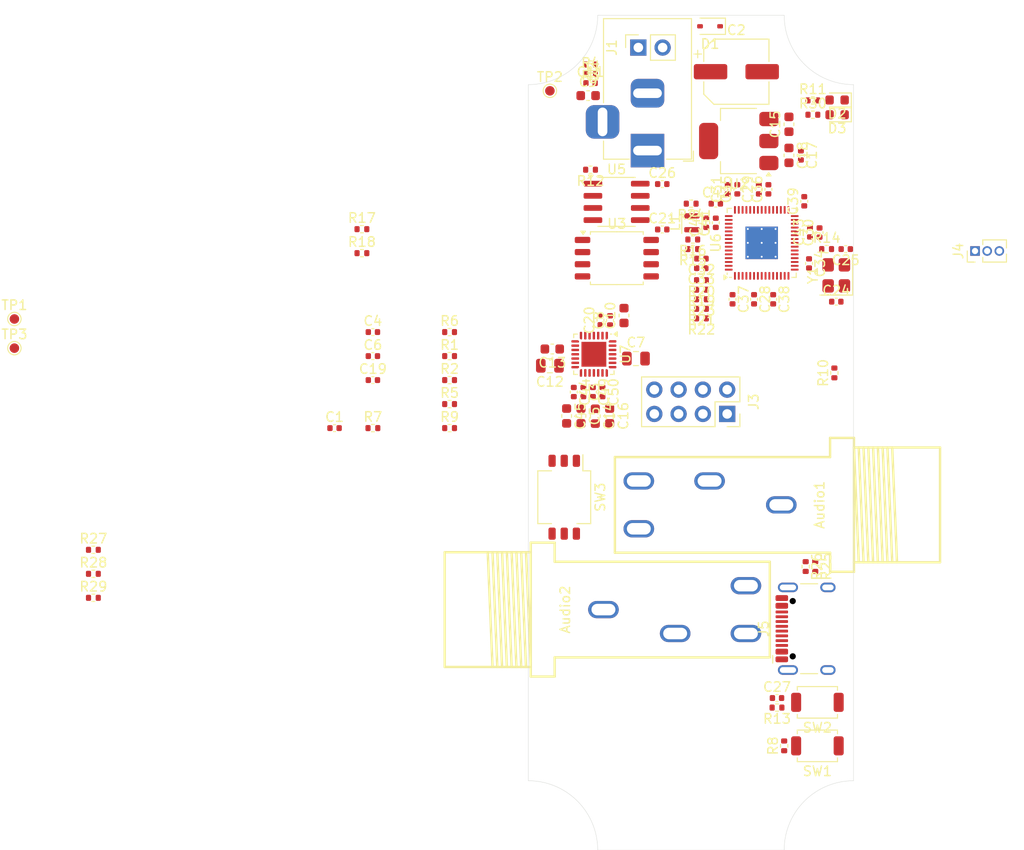
<source format=kicad_pcb>
(kicad_pcb (version 20241229) (generator "pcbnew") (generator_version "9.0")
  (layers (0 "F.Cu" signal) (2 "B.Cu" signal) (13 "F.Paste" user) (15 "B.Paste" user) (5 "F.SilkS" user "F.Silkscreen") (7 "B.SilkS" user "B.Silkscreen") (1 "F.Mask" user) (3 "B.Mask" user) (25 "Edge.Cuts" user))
  (net 0 "")
  (net 1 "+9V")
  (net 2 "GND")
  (net 3 "/Vref_AOP")
  (net 4 "+3V3")
  (net 5 "/POT_1")
  (net 6 "/POT_2")
  (net 7 "/POT_3")
  (net 8 "/POT_4")
  (net 9 "+BATT")
  (net 10 "Net-(D2-A)")
  (net 11 "Net-(J3-Pin_5)")
  (net 12 "Net-(J3-Pin_3)")
  (net 13 "Net-(J3-Pin_4)")
  (net 14 "/SW2")
  (net 15 "/SW1")
  (net 16 "Net-(J3-Pin_7)")
  (net 17 "+1V1")
  (net 18 "/XIN")
  (net 19 "/RUN_RESET")
  (net 20 "/XOUT")
  (net 21 "/USB_D+")
  (net 22 "/QSPI_SS")
  (net 23 "/USB_D-")
  (net 24 "/QSPI_SCLK")
  (net 25 "/PSRAM_SS")
  (net 26 "/QSPI_SD0")
  (net 27 "/QSPI_SD3")
  (net 28 "/QSPI_SD1")
  (net 29 "/QSPI_SD2")
  (net 30 "Net-(C25-Pad2)")
  (net 31 "Net-(C27-Pad2)")
  (net 32 "Net-(R8-Pad1)")
  (net 33 "Net-(U6-USB_DP)")
  (net 34 "Net-(U6-USB_DM)")
  (net 35 "/I2C_CODEC_SCL")
  (net 36 "/I2C_CODEC_SDA")
  (net 37 "Net-(U6-VREG_AVDD)")
  (net 38 "Net-(J4-Pin_2)")
  (net 39 "/I^{2}S_LRCK")
  (net 40 "Net-(J4-Pin_1)")
  (net 41 "/I^{2}S_MCLK")
  (net 42 "/I^{2}S_SCLK")
  (net 43 "/I^{2}S_SDOUT")
  (net 44 "/I^{2}S_SDIN")
  (net 45 "Net-(J5-CC1)")
  (net 52 "Net-(J5-CC2)")
  (net 54 "Net-(U6-VREG_LX)")
  (net 55 "Net-(U6-QSPI_SCLK)")
  (net 56 "Net-(U6-QSPI_SD3)")
  (net 57 "Net-(U6-QSPI_SD2)")
  (net 58 "Net-(U6-QSPI_SD1)")
  (net 59 "Net-(U6-QSPI_SD0)")
  (net 60 "/MODE1")
  (net 61 "/MODE2")
  (net 62 "/MODE3")
  (net 63 "/~{MUTE_B}")
  (net 64 "/OUT")
  (net 65 "/IN")
  (net 66 "/~{MUTE_A}")
  (net 87 "Net-(U7-LIN1)")
  (net 88 "Net-(U7-LOUT1)")
  (net 89 "Net-(U7-VREF)")
  (net 90 "Net-(U7-ADCVREF)")
  (net 91 "Net-(U7-VMID)")
  (net 92 "/CODEC_CE")
  (net 93 "Net-(D3-A)")
  (net 94 "Net-(U6-GPIO20)")
  (footprint "Capacitor_SMD:C_0603_1608Metric" (layer "F.Cu") (at 178.75 33)
    (property "Reference" "C9" (at 0 -1.43 0) (layer "F.SilkS"))
    (property "Value" "10u")
    (pad "1" smd roundrect (at -0.775 0) (size 0.9 0.95) (layers "F.Cu" "F.Mask" "F.Paste") (net 3 "/Vref_AOP"))
    (pad "2" smd roundrect (at 0.775 0) (size 0.9 0.95) (layers "F.Cu" "F.Mask" "F.Paste") (net 2 "GND"))
  )
  (footprint "Capacitor_SMD:C_0402_1005Metric" (layer "F.Cu") (at 192.1 44.3)
    (property "Reference" "C42" (at 0 -1.16 0) (layer "F.SilkS"))
    (property "Value" "4.7u")
    (pad "1" smd roundrect (at -0.48 0) (size 0.56 0.62) (layers "F.Cu" "F.Mask" "F.Paste") (net 37 "Net-(U6-VREG_AVDD)"))
    (pad "2" smd roundrect (at 0.48 0) (size 0.56 0.62) (layers "F.Cu" "F.Mask" "F.Paste") (net 2 "GND"))
  )
  (footprint "Diode_SMD:D_SOD-323" (layer "F.Cu") (at 191.5 25.75 180)
    (property "Reference" "D1" (at 0 -1.85 0) (layer "F.SilkS"))
    (property "Value" "B5819W SL")
    (pad "1" smd roundrect (at -1.05 0 180) (size 0.6 0.45) (layers "F.Cu" "F.Mask" "F.Paste") (net 1 "+9V"))
    (pad "2" smd roundrect (at 1.05 0 180) (size 0.6 0.45) (layers "F.Cu" "F.Mask" "F.Paste") (net 9 "+BATT"))
  )
  (footprint "Resistor_SMD:R_0402_1005Metric" (layer "F.Cu") (at 179 30.75)
    (property "Reference" "R4" (at 0 -1.17 0) (layer "F.SilkS"))
    (property "Value" "10k")
    (pad "1" smd roundrect (at -0.51 0) (size 0.54 0.64) (layers "F.Cu" "F.Mask" "F.Paste") (net 3 "/Vref_AOP"))
    (pad "2" smd roundrect (at 0.51 0) (size 0.54 0.64) (layers "F.Cu" "F.Mask" "F.Paste") (net 2 "GND"))
  )
  (footprint "Resistor_SMD:R_0402_1005Metric" (layer "F.Cu") (at 164.26 67.77)
    (property "Reference" "R9" (at 0 -1.17 0) (layer "F.SilkS"))
    (property "Value" "10k")
    (pad "1" smd roundrect (at -0.51 0) (size 0.54 0.64) (layers "F.Cu" "F.Mask" "F.Paste") (net 13 "Net-(J3-Pin_4)"))
    (pad "2" smd roundrect (at 0.51 0) (size 0.54 0.64) (layers "F.Cu" "F.Mask" "F.Paste") (net 8 "/POT_4"))
  )
  (footprint "Resistor_SMD:R_0402_1005Metric" (layer "F.Cu") (at 190.6 55.3 180)
    (property "Reference" "R21" (at 0 -1.17 0) (layer "F.SilkS"))
    (property "Value" "33")
    (pad "1" smd roundrect (at -0.51 0 180) (size 0.54 0.64) (layers "F.Cu" "F.Mask" "F.Paste") (net 57 "Net-(U6-QSPI_SD2)"))
    (pad "2" smd roundrect (at 0.51 0 180) (size 0.54 0.64) (layers "F.Cu" "F.Mask" "F.Paste") (net 29 "/QSPI_SD2"))
  )
  (footprint "Capacitor_SMD:C_0402_1005Metric" (layer "F.Cu") (at 205.69 49.05 180)
    (property "Reference" "C25" (at 0 -1.16 0) (layer "F.SilkS"))
    (property "Value" "15p")
    (pad "1" smd roundrect (at -0.48 0 180) (size 0.56 0.62) (layers "F.Cu" "F.Mask" "F.Paste") (net 2 "GND"))
    (pad "2" smd roundrect (at 0.48 0 180) (size 0.56 0.62) (layers "F.Cu" "F.Mask" "F.Paste") (net 30 "Net-(C25-Pad2)"))
  )
  (footprint "Resistor_SMD:R_0402_1005Metric" (layer "F.Cu") (at 203.69 49.05)
    (property "Reference" "R14" (at 0 -1.17 0) (layer "F.SilkS"))
    (property "Value" "1k")
    (pad "1" smd roundrect (at -0.51 0) (size 0.54 0.64) (layers "F.Cu" "F.Mask" "F.Paste") (net 20 "/XOUT"))
    (pad "2" smd roundrect (at 0.51 0) (size 0.54 0.64) (layers "F.Cu" "F.Mask" "F.Paste") (net 30 "Net-(C25-Pad2)"))
  )
  (footprint "Capacitor_SMD:C_0402_1005Metric" (layer "F.Cu") (at 179.25 64 -90)
    (property "Reference" "C49" (at 0 -1.16 90) (layer "F.SilkS"))
    (property "Value" "100n")
    (pad "1" smd roundrect (at -0.48 0 270) (size 0.56 0.62) (layers "F.Cu" "F.Mask" "F.Paste") (net 90 "Net-(U7-ADCVREF)"))
    (pad "2" smd roundrect (at 0.48 0 270) (size 0.56 0.62) (layers "F.Cu" "F.Mask" "F.Paste") (net 2 "GND"))
  )
  (footprint "Button_Switch_SMD:SW_SPST_TS-1088-xR020" (layer "F.Cu") (at 202.725 101 180)
    (property "Reference" "SW1" (at 0 -2.65 0) (layer "F.SilkS"))
    (property "Value" "USB_BOOT")
    (pad "1" smd roundrect (at -2.225 0 180) (size 1.05 2) (layers "F.Cu" "F.Mask" "F.Paste") (roundrect_rratio 0.2380952381) (net 2 "GND"))
    (pad "2" smd roundrect (at 2.225 0 180) (size 1.05 2) (layers "F.Cu" "F.Mask" "F.Paste") (roundrect_rratio 0.2380952381) (net 32 "Net-(R8-Pad1)"))
  )
  (footprint "Connector_USB:USB_C_Receptacle_HCTL_HC-TYPE-C-16P-01A" (layer "F.Cu") (at 202.75 88.75 90)
    (property "Reference" "J5" (at 0 -5.645 90) (layer "F.SilkS"))
    (property "Value" "USB_C_Receptacle_USB2.0_16P")
    (pad "" np_thru_hole circle (at -2.89 -2.605 90) (size 0.65 0.65) (drill 0.65) (layers "*.Mask"))
    (pad "" np_thru_hole circle (at 2.89 -2.605 90) (size 0.65 0.65) (drill 0.65) (layers "*.Mask"))
    (pad "A1" smd roundrect (at -3.2 -3.745 90) (size 0.6 1.3) (layers "F.Cu" "F.Mask" "F.Paste") (net 2 "GND"))
    (pad "A4" smd roundrect (at -2.4 -3.745 90) (size 0.6 1.3) (layers "F.Cu" "F.Mask" "F.Paste"))
    (pad "A5" smd roundrect (at -1.25 -3.745 90) (size 0.3 1.3) (layers "F.Cu" "F.Mask" "F.Paste") (net 45 "Net-(J5-CC1)"))
    (pad "A6" smd roundrect (at -0.25 -3.745 90) (size 0.3 1.3) (layers "F.Cu" "F.Mask" "F.Paste") (net 21 "/USB_D+"))
    (pad "A7" smd roundrect (at 0.25 -3.745 90) (size 0.3 1.3) (layers "F.Cu" "F.Mask" "F.Paste") (net 23 "/USB_D-"))
    (pad "A8" smd roundrect (at 1.25 -3.745 90) (size 0.3 1.3) (layers "F.Cu" "F.Mask" "F.Paste"))
    (pad "A9" smd roundrect (at 2.4 -3.745 90) (size 0.6 1.3) (layers "F.Cu" "F.Mask" "F.Paste"))
    (pad "A12" smd roundrect (at 3.2 -3.745 90) (size 0.6 1.3) (layers "F.Cu" "F.Mask" "F.Paste") (net 2 "GND"))
    (pad "B1" smd roundrect (at 3.2 -3.745 90) (size 0.6 1.3) (layers "F.Cu" "F.Mask" "F.Paste") (net 2 "GND"))
    (pad "B4" smd roundrect (at 2.4 -3.745 90) (size 0.6 1.3) (layers "F.Cu" "F.Mask" "F.Paste"))
    (pad "B5" smd roundrect (at 1.75 -3.745 90) (size 0.3 1.3) (layers "F.Cu" "F.Mask" "F.Paste") (net 52 "Net-(J5-CC2)"))
    (pad "B6" smd roundrect (at 0.75 -3.745 90) (size 0.3 1.3) (layers "F.Cu" "F.Mask" "F.Paste") (net 21 "/USB_D+"))
    (pad "B7" smd roundrect (at -0.75 -3.745 90) (size 0.3 1.3) (layers "F.Cu" "F.Mask" "F.Paste") (net 23 "/USB_D-"))
    (pad "B8" smd roundrect (at -1.75 -3.745 90) (size 0.3 1.3) (layers "F.Cu" "F.Mask" "F.Paste"))
    (pad "B9" smd roundrect (at -2.4 -3.745 90) (size 0.6 1.3) (layers "F.Cu" "F.Mask" "F.Paste"))
    (pad "B12" smd roundrect (at -3.2 -3.745 90) (size 0.6 1.3) (layers "F.Cu" "F.Mask" "F.Paste") (net 2 "GND"))
    (pad "S1" thru_hole oval (at -4.32 -3.105 90) (size 1 2.1) (drill oval 0.6 1.7) (property pad_prop_heatsink) (layers "*.Cu" "*.Mask"))
    (pad "S1" thru_hole oval (at -4.32 1.075 90) (size 1 1.6) (drill oval 0.6 1.2) (property pad_prop_heatsink) (layers "*.Cu" "*.Mask"))
    (pad "S1" thru_hole oval (at 4.32 -3.105 90) (size 1 2.1) (drill oval 0.6 1.7) (property pad_prop_heatsink) (layers "*.Cu" "*.Mask"))
    (pad "S1" thru_hole oval (at 4.32 1.075 90) (size 1 1.6) (drill oval 0.6 1.2) (property pad_prop_heatsink) (layers "*.Cu" "*.Mask"))
  )
  (footprint "LED_SMD:LED_0603_1608Metric" (layer "F.Cu") (at 204.7875 35 180)
    (property "Reference" "D3" (at 0 -1.43 0) (layer "F.SilkS"))
    (property "Value" "CTL1")
    (pad "1" smd roundrect (at -0.7875 0 180) (size 0.875 0.95) (layers "F.Cu" "F.Mask" "F.Paste") (net 2 "GND"))
    (pad "2" smd roundrect (at 0.7875 0 180) (size 0.875 0.95) (layers "F.Cu" "F.Mask" "F.Paste") (net 93 "Net-(D3-A)"))
  )
  (footprint "Capacitor_SMD:C_0402_1005Metric" (layer "F.Cu") (at 193.35 42.8 90)
    (property "Reference" "C31" (at 0 -1.16 90) (layer "F.SilkS"))
    (property "Value" "100n")
    (pad "1" smd roundrect (at -0.48 0 90) (size 0.56 0.62) (layers "F.Cu" "F.Mask" "F.Paste") (net 4 "+3V3"))
    (pad "2" smd roundrect (at 0.48 0 90) (size 0.56 0.62) (layers "F.Cu" "F.Mask" "F.Paste") (net 2 "GND"))
  )
  (footprint "Capacitor_SMD:C_0402_1005Metric" (layer "F.Cu") (at 197.6 42.8 90)
    (property "Reference" "C36" (at 0 -1.16 90) (layer "F.SilkS"))
    (property "Value" "100n")
    (pad "1" smd roundrect (at -0.48 0 90) (size 0.56 0.62) (layers "F.Cu" "F.Mask" "F.Paste") (net 4 "+3V3"))
    (pad "2" smd roundrect (at 0.48 0 90) (size 0.56 0.62) (layers "F.Cu" "F.Mask" "F.Paste") (net 2 "GND"))
  )
  (footprint "Capacitor_SMD:C_0402_1005Metric" (layer "F.Cu") (at 156.24 62.75)
    (property "Reference" "C19" (at 0 -1.16 0) (layer "F.SilkS"))
    (property "Value" "100n")
    (pad "1" smd roundrect (at -0.48 0) (size 0.56 0.62) (layers "F.Cu" "F.Mask" "F.Paste") (net 8 "/POT_4"))
    (pad "2" smd roundrect (at 0.48 0) (size 0.56 0.62) (layers "F.Cu" "F.Mask" "F.Paste") (net 2 "GND"))
  )
  (footprint "Connector_PinSocket_2.54mm:PinSocket_1x02_P2.54mm_Vertical" (layer "F.Cu") (at 184 27.975 90)
    (property "Reference" "J1" (at 0 -2.77 90) (layer "F.SilkS"))
    (property "Value" "9V")
    (pad "1" thru_hole rect (at 0 0 90) (size 1.7 1.7) (drill 1) (layers "*.Cu" "*.Mask") (net 9 "+BATT"))
    (pad "2" thru_hole circle (at 0 2.54 90) (size 1.7 1.7) (drill 1) (layers "*.Cu" "*.Mask") (net 2 "GND"))
  )
  (footprint "Resistor_SMD:R_0402_1005Metric" (layer "F.Cu") (at 164.26 57.73)
    (property "Reference" "R6" (at 0 -1.17 0) (layer "F.SilkS"))
    (property "Value" "10k")
    (pad "1" smd roundrect (at -0.51 0) (size 0.54 0.64) (layers "F.Cu" "F.Mask" "F.Paste") (net 15 "/SW1"))
    (pad "2" smd roundrect (at 0.51 0) (size 0.54 0.64) (layers "F.Cu" "F.Mask" "F.Paste") (net 2 "GND"))
  )
  (footprint "Capacitor_SMD:C_0805_2012Metric" (layer "F.Cu") (at 183.75 60.5)
    (property "Reference" "C7" (at 0 -1.68 0) (layer "F.SilkS"))
    (property "Value" "1u")
    (pad "1" smd roundrect (at -0.95 0) (size 1 1.45) (layers "F.Cu" "F.Mask" "F.Paste") (net 87 "Net-(U7-LIN1)"))
    (pad "2" smd roundrect (at 0.95 0) (size 1 1.45) (layers "F.Cu" "F.Mask" "F.Paste") (net 65 "/IN"))
  )
  (footprint "Button_Switch_SMD:SW_SPST_TS-1088-xR020" (layer "F.Cu") (at 202.725 96.45 180)
    (property "Reference" "SW2" (at 0 -2.65 0) (layer "F.SilkS"))
    (property "Value" "USB_BOOT")
    (pad "1" smd roundrect (at -2.225 0 180) (size 1.05 2) (layers "F.Cu" "F.Mask" "F.Paste") (roundrect_rratio 0.2380952381) (net 2 "GND"))
    (pad "2" smd roundrect (at 2.225 0 180) (size 1.05 2) (layers "F.Cu" "F.Mask" "F.Paste") (roundrect_rratio 0.2380952381) (net 31 "Net-(C27-Pad2)"))
  )
  (footprint "Capacitor_SMD:C_0402_1005Metric" (layer "F.Cu") (at 186.5 42.25)
    (property "Reference" "C26" (at 0 -1.16 0) (layer "F.SilkS"))
    (property "Value" "100n")
    (pad "1" smd roundrect (at -0.48 0) (size 0.56 0.62) (layers "F.Cu" "F.Mask" "F.Paste") (net 4 "+3V3"))
    (pad "2" smd roundrect (at 0.48 0) (size 0.56 0.62) (layers "F.Cu" "F.Mask" "F.Paste") (net 2 "GND"))
  )
  (footprint "Inductor_SMD:L_Murata_DFE201610P" (layer "F.Cu") (at 189.6 46.3 90)
    (property "Reference" "L1" (at 0 -1.75 90) (layer "F.SilkS"))
    (property "Value" "AOTA-B201610S3R3-101-T")
    (pad "1" smd roundrect (at -0.725 0 90) (size 0.55 1.6) (layers "F.Cu" "F.Mask" "F.Paste") (net 17 "+1V1"))
    (pad "2" smd roundrect (at 0.725 0 90) (size 0.55 1.6) (layers "F.Cu" "F.Mask" "F.Paste") (net 54 "Net-(U6-VREG_LX)"))
  )
  (footprint "Capacitor_SMD:C_0402_1005Metric" (layer "F.Cu") (at 193.85 54.3 -90)
    (property "Reference" "C37" (at 0 -1.16 90) (layer "F.SilkS"))
    (property "Value" "100n")
    (pad "1" smd roundrect (at -0.48 0 270) (size 0.56 0.62) (layers "F.Cu" "F.Mask" "F.Paste") (net 4 "+3V3"))
    (pad "2" smd roundrect (at 0.48 0 270) (size 0.56 0.62) (layers "F.Cu" "F.Mask" "F.Paste") (net 2 "GND"))
  )
  (footprint "Package_SO:SOIC-8_5.3x5.3mm_P1.27mm" (layer "F.Cu") (at 181.75 50)
    (property "Reference" "U3" (at 0 -3.6 0) (layer "F.SilkS"))
    (property "Value" "W25Q128JVS")
    (pad "1" smd roundrect (at -3.5875 -1.905) (size 1.625 0.65) (layers "F.Cu" "F.Mask" "F.Paste") (net 22 "/QSPI_SS"))
    (pad "2" smd roundrect (at -3.5875 -0.635) (size 1.625 0.65) (layers "F.Cu" "F.Mask" "F.Paste") (net 28 "/QSPI_SD1"))
    (pad "3" smd roundrect (at -3.5875 0.635) (size 1.625 0.65) (layers "F.Cu" "F.Mask" "F.Paste") (net 29 "/QSPI_SD2"))
    (pad "4" smd roundrect (at -3.5875 1.905) (size 1.625 0.65) (layers "F.Cu" "F.Mask" "F.Paste") (net 2 "GND"))
    (pad "5" smd roundrect (at 3.5875 1.905) (size 1.625 0.65) (layers "F.Cu" "F.Mask" "F.Paste") (net 26 "/QSPI_SD0"))
    (pad "6" smd roundrect (at 3.5875 0.635) (size 1.625 0.65) (layers "F.Cu" "F.Mask" "F.Paste") (net 24 "/QSPI_SCLK"))
    (pad "7" smd roundrect (at 3.5875 -0.635) (size 1.625 0.65) (layers "F.Cu" "F.Mask" "F.Paste") (net 27 "/QSPI_SD3"))
    (pad "8" smd roundrect (at 3.5875 -1.905) (size 1.625 0.65) (layers "F.Cu" "F.Mask" "F.Paste") (net 4 "+3V3"))
  )
  (footprint "Capacitor_SMD:C_0402_1005Metric" (layer "F.Cu") (at 196.1 54.3 -90)
    (property "Reference" "C28" (at 0 -1.16 90) (layer "F.SilkS"))
    (property "Value" "100n")
    (pad "1" smd roundrect (at -0.48 0 270) (size 0.56 0.62) (layers "F.Cu" "F.Mask" "F.Paste") (net 17 "+1V1"))
    (pad "2" smd roundrect (at 0.48 0 270) (size 0.56 0.62) (layers "F.Cu" "F.Mask" "F.Paste") (net 2 "GND"))
  )
  (footprint "Connector_PinHeader_1.27mm:PinHeader_1x03_P1.27mm_Vertical" (layer "F.Cu") (at 219.21 49.25 90)
    (property "Reference" "J4" (at 0 -1.745 90) (layer "F.SilkS"))
    (property "Value" "SWD")
    (pad "1" thru_hole rect (at 0 0 90) (size 1 1) (drill 0.65) (layers "*.Cu" "*.Mask") (net 40 "Net-(J4-Pin_1)"))
    (pad "2" thru_hole circle (at 0 1.27 90) (size 1 1) (drill 0.65) (layers "*.Cu" "*.Mask") (net 38 "Net-(J4-Pin_2)"))
    (pad "3" thru_hole circle (at 0 2.54 90) (size 1 1) (drill 0.65) (layers "*.Cu" "*.Mask") (net 2 "GND"))
  )
  (footprint "Capacitor_SMD:C_0402_1005Metric" (layer "F.Cu") (at 179 31.69)
    (property "Reference" "C11" (at 0 -1.16 0) (layer "F.SilkS"))
    (property "Value" "100n")
    (pad "1" smd roundrect (at -0.48 0) (size 0.56 0.62) (layers "F.Cu" "F.Mask" "F.Paste") (net 3 "/Vref_AOP"))
    (pad "2" smd roundrect (at 0.48 0) (size 0.56 0.62) (layers "F.Cu" "F.Mask" "F.Paste") (net 2 "GND"))
  )
  (footprint "Resistor_SMD:R_0402_1005Metric" (layer "F.Cu") (at 204.5 62 90)
    (property "Reference" "R10" (at 0 -1.17 90) (layer "F.SilkS"))
    (property "Value" "10k")
    (pad "1" smd roundrect (at -0.51 0 90) (size 0.54 0.64) (layers "F.Cu" "F.Mask" "F.Paste") (net 22 "/QSPI_SS"))
    (pad "2" smd roundrect (at 0.51 0 90) (size 0.54 0.64) (layers "F.Cu" "F.Mask" "F.Paste") (net 4 "+3V3"))
  )
  (footprint "Resistor_SMD:R_0402_1005Metric" (layer "F.Cu") (at 189.525 44.3 180)
    (property "Reference" "R24" (at 0 -1.17 0) (layer "F.SilkS"))
    (property "Value" "33")
    (pad "1" smd roundrect (at -0.51 0 180) (size 0.54 0.64) (layers "F.Cu" "F.Mask" "F.Paste") (net 37 "Net-(U6-VREG_AVDD)"))
    (pad "2" smd roundrect (at 0.51 0 180) (size 0.54 0.64) (layers "F.Cu" "F.Mask" "F.Paste") (net 4 "+3V3"))
  )
  (footprint "Button_Switch_SMD:SW_DIP_SPSTx03_Slide_KingTek_DSHP03TS_W7.62mm_P1.27mm" (layer "F.Cu") (at 176.25 75 -90)
    (property "Reference" "SW3" (at 0 -3.765 90) (layer "F.SilkS"))
    (property "Value" "MODE")
    (pad "1" smd roundrect (at -3.81 -1.27 270) (size 1.27 0.76) (layers "F.Cu" "F.Mask" "F.Paste") (net 4 "+3V3"))
    (pad "2" smd roundrect (at -3.81 0 270) (size 1.27 0.76) (layers "F.Cu" "F.Mask" "F.Paste") (net 4 "+3V3"))
    (pad "3" smd roundrect (at -3.81 1.27 270) (size 1.27 0.76) (layers "F.Cu" "F.Mask" "F.Paste") (net 4 "+3V3"))
    (pad "4" smd roundrect (at 3.81 1.27 270) (size 1.27 0.76) (layers "F.Cu" "F.Mask" "F.Paste") (net 62 "/MODE3"))
    (pad "5" smd roundrect (at 3.81 0 270) (size 1.27 0.76) (layers "F.Cu" "F.Mask" "F.Paste") (net 61 "/MODE2"))
    (pad "6" smd roundrect (at 3.81 -1.27 270) (size 1.27 0.76) (layers "F.Cu" "F.Mask" "F.Paste") (net 60 "/MODE1"))
  )
  (footprint "Capacitor_SMD:C_0603_1608Metric" (layer "F.Cu") (at 175 59.5 180)
    (property "Reference" "C13" (at 0 -1.43 0) (layer "F.SilkS"))
    (property "Value" "10u")
    (pad "1" smd roundrect (at -0.775 0 180) (size 0.9 0.95) (layers "F.Cu" "F.Mask" "F.Paste") (net 89 "Net-(U7-VREF)"))
    (pad "2" smd roundrect (at 0.775 0 180) (size 0.9 0.95) (layers "F.Cu" "F.Mask" "F.Paste") (net 2 "GND"))
  )
  (footprint "Resistor_SMD:R_0402_1005Metric" (layer "F.Cu") (at 190.6 56.3 180)
    (property "Reference" "R22" (at 0 -1.17 0) (layer "F.SilkS"))
    (property "Value" "33")
    (pad "1" smd roundrect (at -0.51 0 180) (size 0.54 0.64) (layers "F.Cu" "F.Mask" "F.Paste") (net 58 "Net-(U6-QSPI_SD1)"))
    (pad "2" smd roundrect (at 0.51 0 180) (size 0.54 0.64) (layers "F.Cu" "F.Mask" "F.Paste") (net 28 "/QSPI_SD1"))
  )
  (footprint "Capacitor_SMD:C_0402_1005Metric" (layer "F.Cu") (at 156.24 60.24)
    (property "Reference" "C6" (at 0 -1.16 0) (layer "F.SilkS"))
    (property "Value" "100n")
    (pad "1" smd roundrect (at -0.48 0) (size 0.56 0.62) (layers "F.Cu" "F.Mask" "F.Paste") (net 7 "/POT_3"))
    (pad "2" smd roundrect (at 0.48 0) (size 0.56 0.62) (layers "F.Cu" "F.Mask" "F.Paste") (net 2 "GND"))
  )
  (footprint "Capacitor_SMD:C_0402_1005Metric" (layer "F.Cu") (at 177.25 64 -90)
    (property "Reference" "C44" (at 0 -1.16 90) (layer "F.SilkS"))
    (property "Value" "100n")
    (pad "1" smd roundrect (at -0.48 0 270) (size 0.56 0.62) (layers "F.Cu" "F.Mask" "F.Paste") (net 4 "+3V3"))
    (pad "2" smd roundrect (at 0.48 0 270) (size 0.56 0.62) (layers "F.Cu" "F.Mask" "F.Paste") (net 2 "GND"))
  )
  (footprint "Resistor_SMD:R_0402_1005Metric" (layer "F.Cu") (at 155.0925 46.965)
    (property "Reference" "R17" (at 0 -1.17 0) (layer "F.SilkS"))
    (property "Value" "10k")
    (pad "1" smd roundrect (at -0.51 0) (size 0.54 0.64) (layers "F.Cu" "F.Mask" "F.Paste") (net 35 "/I2C_CODEC_SCL"))
    (pad "2" smd roundrect (at 0.51 0) (size 0.54 0.64) (layers "F.Cu" "F.Mask" "F.Paste") (net 4 "+3V3"))
  )
  (footprint "Capacitor_SMD:C_0402_1005Metric" (layer "F.Cu") (at 186.5 47)
    (property "Reference" "C21" (at 0 -1.16 0) (layer "F.SilkS"))
    (property "Value" "100n")
    (pad "1" smd roundrect (at -0.48 0) (size 0.56 0.62) (layers "F.Cu" "F.Mask" "F.Paste") (net 4 "+3V3"))
    (pad "2" smd roundrect (at 0.48 0) (size 0.56 0.62) (layers "F.Cu" "F.Mask" "F.Paste") (net 2 "GND"))
  )
  (footprint "Capacitor_SMD:C_0402_1005Metric" (layer "F.Cu") (at 202.95 47.32 90)
    (property "Reference" "C30" (at 0 -1.16 90) (layer "F.SilkS"))
    (property "Value" "4.7u")
    (pad "1" smd roundrect (at -0.48 0 90) (size 0.56 0.62) (layers "F.Cu" "F.Mask" "F.Paste") (net 17 "+1V1"))
    (pad "2" smd roundrect (at 0.48 0 90) (size 0.56 0.62) (layers "F.Cu" "F.Mask" "F.Paste") (net 2 "GND"))
  )
  (footprint "Capacitor_SMD:CP_Elec_6.3x7.7" (layer "F.Cu") (at 194.25 30.5)
    (property "Reference" "C2" (at 0 -4.35 0) (layer "F.SilkS"))
    (property "Value" "220u")
    (pad "1" smd roundrect (at -2.7 0) (size 3.5 1.6) (layers "F.Cu" "F.Mask" "F.Paste") (roundrect_rratio 0.15625) (net 1 "+9V"))
    (pad "2" smd roundrect (at 2.7 0) (size 3.5 1.6) (layers "F.Cu" "F.Mask" "F.Paste") (roundrect_rratio 0.15625) (net 2 "GND"))
  )
  (footprint "Resistor_SMD:R_0402_1005Metric" (layer "F.Cu") (at 190.6 53.3 180)
    (property "Reference" "R19" (at 0 -1.17 0) (layer "F.SilkS"))
    (property "Value" "33")
    (pad "1" smd roundrect (at -0.51 0 180) (size 0.54 0.64) (layers "F.Cu" "F.Mask" "F.Paste") (net 55 "Net-(U6-QSPI_SCLK)"))
    (pad "2" smd roundrect (at 0.51 0 180) (size 0.54 0.64) (layers "F.Cu" "F.Mask" "F.Paste") (net 24 "/QSPI_SCLK"))
  )
  (footprint "Resistor_SMD:R_0402_1005Metric" (layer "F.Cu") (at 164.26 60.24)
    (property "Reference" "R1" (at 0 -1.17 0) (layer "F.SilkS"))
    (property "Value" "10k")
    (pad "1" smd roundrect (at -0.51 0) (size 0.54 0.64) (layers "F.Cu" "F.Mask" "F.Paste") (net 12 "Net-(J3-Pin_3)"))
    (pad "2" smd roundrect (at 0.51 0) (size 0.54 0.64) (layers "F.Cu" "F.Mask" "F.Paste") (net 5 "/POT_1"))
  )
  (footprint "Capacitor_SMD:C_0402_1005Metric" (layer "F.Cu") (at 180.04 56.485 90)
    (property "Reference" "C20" (at 0 -1.16 90) (layer "F.SilkS"))
    (property "Value" "100n")
    (pad "1" smd roundrect (at -0.48 0 90) (size 0.56 0.62) (layers "F.Cu" "F.Mask" "F.Paste") (net 4 "+3V3"))
    (pad "2" smd roundrect (at 0.48 0 90) (size 0.56 0.62) (layers "F.Cu" "F.Mask" "F.Paste") (net 2 "GND"))
  )
  (footprint "Capacitor_SMD:C_0402_1005Metric" (layer "F.Cu") (at 196.6 42.8 90)
    (property "Reference" "C29" (at 0 -1.16 90) (layer "F.SilkS"))
    (property "Value" "100n")
    (pad "1" smd roundrect (at -0.48 0 90) (size 0.56 0.62) (layers "F.Cu" "F.Mask" "F.Paste") (net 17 "+1V1"))
    (pad "2" smd roundrect (at 0.48 0 90) (size 0.56 0.62) (layers "F.Cu" "F.Mask" "F.Paste") (net 2 "GND"))
  )
  (footprint "Capacitor_SMD:C_0402_1005Metric" (layer "F.Cu") (at 191.1 46.3 90)
    (property "Reference" "C40" (at 0 -1.16 90) (layer "F.SilkS"))
    (property "Value" "4.7u")
    (pad "1" smd roundrect (at -0.48 0 90) (size 0.56 0.62) (layers "F.Cu" "F.Mask" "F.Paste") (net 17 "+1V1"))
    (pad "2" smd roundrect (at 0.48 0 90) (size 0.56 0.62) (layers "F.Cu" "F.Mask" "F.Paste") (net 2 "GND"))
  )
  (footprint "Capacitor_SMD:C_0402_1005Metric" (layer "F.Cu") (at 180.25 64 -90)
    (property "Reference" "C50" (at 0 -1.16 90) (layer "F.SilkS"))
    (property "Value" "100n")
    (pad "1" smd roundrect (at -0.48 0 270) (size 0.56 0.62) (layers "F.Cu" "F.Mask" "F.Paste") (net 91 "Net-(U7-VMID)"))
    (pad "2" smd roundrect (at 0.48 0 270) (size 0.56 0.62) (layers "F.Cu" "F.Mask" "F.Paste") (net 2 "GND"))
  )
  (footprint "Capacitor_SMD:C_0603_1608Metric" (layer "F.Cu") (at 176.5 66.5 -90)
    (property "Reference" "C45" (at 0 -1.43 90) (layer "F.SilkS"))
    (property "Value" "10u")
    (pad "1" smd roundrect (at -0.775 0 270) (size 0.9 0.95) (layers "F.Cu" "F.Mask" "F.Paste") (net 4 "+3V3"))
    (pad "2" smd roundrect (at 0.775 0 270) (size 0.9 0.95) (layers "F.Cu" "F.Mask" "F.Paste") (net 2 "GND"))
  )
  (footprint "Capacitor_SMD:C_0402_1005Metric" (layer "F.Cu") (at 201.95 47.3 90)
    (property "Reference" "C43" (at 0 -1.16 90) (layer "F.SilkS"))
    (property "Value" "100n")
    (pad "1" smd roundrect (at -0.48 0 90) (size 0.56 0.62) (layers "F.Cu" "F.Mask" "F.Paste") (net 17 "+1V1"))
    (pad "2" smd roundrect (at 0.48 0 90) (size 0.56 0.62) (layers "F.Cu" "F.Mask" "F.Paste") (net 2 "GND"))
  )
  (footprint "Capacitor_SMD:C_0402_1005Metric" (layer "F.Cu") (at 201.35 44.05 90)
    (property "Reference" "C39" (at 0 -1.16 90) (layer "F.SilkS"))
    (property "Value" "100n")
    (pad "1" smd roundrect (at -0.48 0 90) (size 0.56 0.62) (layers "F.Cu" "F.Mask" "F.Paste") (net 4 "+3V3"))
    (pad "2" smd roundrect (at 0.48 0 90) (size 0.56 0.62) (layers "F.Cu" "F.Mask" "F.Paste") (net 2 "GND"))
  )
  (footprint "Capacitor_SMD:C_0402_1005Metric" (layer "F.Cu") (at 198.1 54.3 -90)
    (property "Reference" "C38" (at 0 -1.16 90) (layer "F.SilkS"))
    (property "Value" "100n")
    (pad "1" smd roundrect (at -0.48 0 270) (size 0.56 0.62) (layers "F.Cu" "F.Mask" "F.Paste") (net 4 "+3V3"))
    (pad "2" smd roundrect (at 0.48 0 270) (size 0.56 0.62) (layers "F.Cu" "F.Mask" "F.Paste") (net 2 "GND"))
  )
  (footprint "Capacitor_SMD:C_0402_1005Metric" (layer "F.Cu") (at 204.7 54.55)
    (property "Reference" "C24" (at 0 -1.16 0) (layer "F.SilkS"))
    (property "Value" "15p")
    (pad "1" smd roundrect (at -0.48 0) (size 0.56 0.62) (layers "F.Cu" "F.Mask" "F.Paste") (net 2 "GND"))
    (pad "2" smd roundrect (at 0.48 0) (size 0.56 0.62) (layers "F.Cu" "F.Mask" "F.Paste") (net 18 "/XIN"))
  )
  (footprint "Resistor_SMD:R_0402_1005Metric" (layer "F.Cu") (at 198.5 97 180)
    (property "Reference" "R13" (at 0 -1.17 0) (layer "F.SilkS"))
    (property "Value" "1k")
    (pad "1" smd roundrect (at -0.51 0 180) (size 0.54 0.64) (layers "F.Cu" "F.Mask" "F.Paste") (net 31 "Net-(C27-Pad2)"))
    (pad "2" smd roundrect (at 0.51 0 180) (size 0.54 0.64) (layers "F.Cu" "F.Mask" "F.Paste") (net 19 "/RUN_RESET"))
  )
  (footprint "Package_TO_SOT_SMD:SOT-223-3_TabPin2" (layer "F.Cu") (at 194.5 37.75 180)
    (property "Reference" "U2" (at 0 -4.5 0) (layer "F.SilkS"))
    (property "Value" "AMS1117-3.3")
    (pad "1" smd roundrect (at -3.15 -2.3 180) (size 2 1.5) (layers "F.Cu" "F.Mask" "F.Paste") (net 2 "GND"))
    (pad "2" smd roundrect (at -3.15 0 180) (size 2 1.5) (layers "F.Cu" "F.Mask" "F.Paste") (net 4 "+3V3"))
    (pad "2" smd roundrect (at 3.15 0 180) (size 2 3.8) (layers "F.Cu" "F.Mask" "F.Paste") (net 4 "+3V3"))
    (pad "3" smd roundrect (at -3.15 2.3 180) (size 2 1.5) (layers "F.Cu" "F.Mask" "F.Paste") (net 1 "+9V"))
  )
  (footprint "Resistor_SMD:R_0402_1005Metric" (layer "F.Cu") (at 189.69 48.05 180)
    (property "Reference" "R16" (at 0 -1.17 0) (layer "F.SilkS"))
    (property "Value" "27")
    (pad "1" smd roundrect (at -0.51 0 180) (size 0.54 0.64) (layers "F.Cu" "F.Mask" "F.Paste") (net 34 "Net-(U6-USB_DM)"))
    (pad "2" smd roundrect (at 0.51 0 180) (size 0.54 0.64) (layers "F.Cu" "F.Mask" "F.Paste") (net 23 "/USB_D-"))
  )
  (footprint "Capacitor_SMD:C_0603_1608Metric" (layer "F.Cu") (at 181 66.5 -90)
    (property "Reference" "C16" (at 0 -1.43 90) (layer "F.SilkS"))
    (property "Value" "10u")
    (pad "1" smd roundrect (at -0.775 0 270) (size 0.9 0.95) (layers "F.Cu" "F.Mask" "F.Paste") (net 91 "Net-(U7-VMID)"))
    (pad "2" smd roundrect (at 0.775 0 270) (size 0.9 0.95) (layers "F.Cu" "F.Mask" "F.Paste") (net 2 "GND"))
  )
  (footprint "Resistor_SMD:R_0402_1005Metric" (layer "F.Cu") (at 189.69 49.05 180)
    (property "Reference" "R15" (at 0 -1.17 0) (layer "F.SilkS"))
    (property "Value" "27")
    (pad "1" smd roundrect (at -0.51 0 180) (size 0.54 0.64) (layers "F.Cu" "F.Mask" "F.Paste") (net 33 "Net-(U6-USB_DP)"))
    (pad "2" smd roundrect (at 0.51 0 180) (size 0.54 0.64) (layers "F.Cu" "F.Mask" "F.Paste") (net 21 "/USB_D+"))
  )
  (footprint "Resistor_SMD:R_0402_1005Metric" (layer "F.Cu") (at 156.24 67.77)
    (property "Reference" "R7" (at 0 -1.17 0) (layer "F.SilkS"))
    (property "Value" "10k")
    (pad "1" smd roundrect (at -0.51 0) (size 0.54 0.64) (layers "F.Cu" "F.Mask" "F.Paste") (net 14 "/SW2"))
    (pad "2" smd roundrect (at 0.51 0) (size 0.54 0.64) (layers "F.Cu" "F.Mask" "F.Paste") (net 2 "GND"))
  )
  (footprint "Resistor_SMD:R_0402_1005Metric" (layer "F.Cu") (at 190.6 52.3 180)
    (property "Reference" "R20" (at 0 -1.17 0) (layer "F.SilkS"))
    (property "Value" "33")
    (pad "1" smd roundrect (at -0.51 0 180) (size 0.54 0.64) (layers "F.Cu" "F.Mask" "F.Paste") (net 56 "Net-(U6-QSPI_SD3)"))
    (pad "2" smd roundrect (at 0.51 0 180) (size 0.54 0.64) (layers "F.Cu" "F.Mask" "F.Paste") (net 27 "/QSPI_SD3"))
  )
  (footprint "Capacitor_SMD:C_0603_1608Metric" (layer "F.Cu") (at 199.75 36 90)
    (property "Reference" "C15" (at 0 -1.43 90) (layer "F.SilkS"))
    (property "Value" "10u")
    (pad "1" smd roundrect (at -0.775 0 90) (size 0.9 0.95) (layers "F.Cu" "F.Mask" "F.Paste") (net 1 "+9V"))
    (pad "2" smd roundrect (at 0.775 0 90) (size 0.9 0.95) (layers "F.Cu" "F.Mask" "F.Paste") (net 2 "GND"))
  )
  (footprint "Resistor_SMD:R_0402_1005Metric" (layer "F.Cu") (at 127.01 80.5)
    (property "Reference" "R27" (at 0 -1.17 0) (layer "F.SilkS"))
    (property "Value" "10k")
    (pad "1" smd roundrect (at -0.51 0) (size 0.54 0.64) (layers "F.Cu" "F.Mask" "F.Paste") (net 2 "GND"))
    (pad "2" smd roundrect (at 0.51 0) (size 0.54 0.64) (layers "F.Cu" "F.Mask" "F.Paste") (net 60 "/MODE1"))
  )
  (footprint "Resistor_SMD:R_0402_1005Metric" (layer "F.Cu") (at 164.26 65.26)
    (property "Reference" "R5" (at 0 -1.17 0) (layer "F.SilkS"))
    (property "Value" "10k")
    (pad "1" smd roundrect (at -0.51 0) (size 0.54 0.64) (layers "F.Cu" "F.Mask" "F.Paste") (net 16 "Net-(J3-Pin_7)"))
    (pad "2" smd roundrect (at 0.51 0) (size 0.54 0.64) (layers "F.Cu" "F.Mask" "F.Paste") (net 7 "/POT_3"))
  )
  (footprint "Capacitor_SMD:C_0402_1005Metric" (layer "F.Cu") (at 152.23 67.77)
    (property "Reference" "C1" (at 0 -1.16 0) (layer "F.SilkS"))
    (property "Value" "100n")
    (pad "1" smd roundrect (at -0.48 0) (size 0.56 0.62) (layers "F.Cu" "F.Mask" "F.Paste") (net 5 "/POT_1"))
    (pad "2" smd roundrect (at 0.48 0) (size 0.56 0.62) (layers "F.Cu" "F.Mask" "F.Paste") (net 2 "GND"))
  )
  (footprint "Resistor_SMD:R_0402_1005Metric" (layer "F.Cu") (at 179 29.75 180)
    (property "Reference" "R3" (at 0 -1.17 0) (layer "F.SilkS"))
    (property "Value" "10k")
    (pad "1" smd roundrect (at -0.51 0 180) (size 0.54 0.64) (layers "F.Cu" "F.Mask" "F.Paste") (net 1 "+9V"))
    (pad "2" smd roundrect (at 0.51 0 180) (size 0.54 0.64) (layers "F.Cu" "F.Mask" "F.Paste") (net 3 "/Vref_AOP"))
  )
  (footprint "Resistor_SMD:R_0402_1005Metric" (layer "F.Cu") (at 164.26 62.75)
    (property "Reference" "R2" (at 0 -1.17 0) (layer "F.SilkS"))
    (property "Value" "10k")
    (pad "1" smd roundrect (at -0.51 0) (size 0.54 0.64) (layers "F.Cu" "F.Mask" "F.Paste") (net 11 "Net-(J3-Pin_5)"))
    (pad "2" smd roundrect (at 0.51 0) (size 0.54 0.64) (layers "F.Cu" "F.Mask" "F.Paste") (net 6 "/POT_2"))
  )
  (footprint "Capacitor_SMD:C_0402_1005Metric" (layer "F.Cu") (at 156.24 57.73)
    (property "Reference" "C4" (at 0 -1.16 0) (layer "F.SilkS"))
    (property "Value" "100n")
    (pad "1" smd roundrect (at -0.48 0) (size 0.56 0.62) (layers "F.Cu" "F.Mask" "F.Paste") (net 6 "/POT_2"))
    (pad "2" smd roundrect (at 0.48 0) (size 0.56 0.62) (layers "F.Cu" "F.Mask" "F.Paste") (net 2 "GND"))
  )
  (footprint "Capacitor_SMD:C_0402_1005Metric" (layer "F.Cu") (at 201.85 50.55 -90)
    (property "Reference" "C34" (at 0 -1.16 90) (layer "F.SilkS"))
    (property "Value" "100n")
    (pad "1" smd roundrect (at -0.48 0 270) (size 0.56 0.62) (layers "F.Cu" "F.Mask" "F.Paste") (net 4 "+3V3"))
    (pad "2" smd roundrect (at 0.48 0 270) (size 0.56 0.62) (layers "F.Cu" "F.Mask" "F.Paste") (net 2 "GND"))
  )
  (footprint "Capacitor_SMD:C_0402_1005Metric" (layer "F.Cu") (at 192.1 46.3 90)
    (property "Reference" "C41" (at 0 -1.16 90) (layer "F.SilkS"))
    (property "Value" "4.7u")
    (pad "1" smd roundrect (at -0.48 0 90) (size 0.56 0.62) (layers "F.Cu" "F.Mask" "F.Paste") (net 4 "+3V3"))
    (pad "2" smd roundrect (at 0.48 0 90) (size 0.56 0.62) (layers "F.Cu" "F.Mask" "F.Paste") (net 2 "GND"))
  )
  (footprint "Resistor_SMD:R_0402_1005Metric" (layer "F.Cu") (at 199.25 101 90)
    (property "Reference" "R8" (at 0 -1.17 90) (layer "F.SilkS"))
    (property "Value" "1k")
    (pad "1" smd roundrect (at -0.51 0 90) (size 0.54 0.64) (layers "F.Cu" "F.Mask" "F.Paste") (net 32 "Net-(R8-Pad1)"))
    (pad "2" smd roundrect (at 0.51 0 90) (size 0.54 0.64) (layers "F.Cu" "F.Mask" "F.Paste") (net 22 "/QSPI_SS"))
  )
  (footprint "Capacitor_SMD:C_0402_1005Metric" (layer "F.Cu") (at 181.04 56.505 90)
    (property "Reference" "C8" (at 0 -1.16 90) (layer "F.SilkS"))
    (property "Value" "100n")
    (pad "1" smd roundrect (at -0.48 0 90) (size 0.56 0.62) (layers "F.Cu" "F.Mask" "F.Paste") (net 4 "+3V3"))
    (pad "2" smd roundrect (at 0.48 0 90) (size 0.56 0.62) (layers "F.Cu" "F.Mask" "F.Paste") (net 2 "GND"))
  )
  (footprint "Capacitor_SMD:C_0402_1005Metric" (layer "F.Cu") (at 201 39.25 -90)
    (property "Reference" "C17" (at 0 -1.16 90) (layer "F.SilkS"))
    (property "Value" "100n")
    (pad "1" smd roundrect (at -0.48 0 270) (size 0.56 0.62) (layers "F.Cu" "F.Mask" "F.Paste") (net 4 "+3V3"))
    (pad "2" smd roundrect (at 0.48 0 270) (size 0.56 0.62) (layers "F.Cu" "F.Mask" "F.Paste") (net 2 "GND"))
  )
  (footprint "Capacitor_SMD:C_0603_1608Metric" (layer "F.Cu") (at 199.75 39.25 -90)
    (property "Reference" "C18" (at 0 -1.43 90) (layer "F.SilkS"))
    (property "Value" "10u")
    (pad "1" smd roundrect (at -0.775 0 270) (size 0.9 0.95) (layers "F.Cu" "F.Mask" "F.Paste") (net 4 "+3V3"))
    (pad "2" smd roundrect (at 0.775 0 270) (size 0.9 0.95) (layers "F.Cu" "F.Mask" "F.Paste") (net 2 "GND"))
  )
  (footprint "Connector_BarrelJack:BarrelJack_Horizontal" (layer "F.Cu") (at 184.9575 38.75 -90)
    (property "Reference" "J2" (at -8.45 5.75 90) (layer "F.SilkS"))
    (property "Value" "Barrel_Jack_MountingPin")
    (pad "1" thru_hole rect (at 0 0 270) (size 3.5 3.5) (drill oval 1 3) (layers "*.Cu" "*.Mask") (net 2 "GND"))
    (pad "2" thru_hole roundrect (at -6 0 270) (size 3 3.5) (drill oval 1 3) (layers "*.Cu" "*.Mask") (net 9 "+BATT"))
    (pad "3" thru_hole roundrect (at -3 4.7 270) (size 3.5 3.5) (drill oval 3 1) (layers "*.Cu" "*.Mask"))
  )
  (footprint "TestPoint:TestPoint_Pad_D1.0mm" (layer "F.Cu") (at 174.75 32.5)
    (property "Reference" "TP2" (at 0 -1.448 0) (layer "F.SilkS"))
    (property "Value" "Vref_aop")
    (pad "1" smd circle (at 0 0) (size 1 1) (layers "F.Cu" "F.Mask") (net 3 "/Vref_AOP"))
  )
  (footprint "Resistor_SMD:R_0402_1005Metric" (layer "F.Cu") (at 127.01 83.01)
    (property "Reference" "R28" (at 0 -1.17 0) (layer "F.SilkS"))
    (property "Value" "10k")
    (pad "1" smd roundrect (at -0.51 0) (size 0.54 0.64) (layers "F.Cu" "F.Mask" "F.Paste") (net 2 "GND"))
    (pad "2" smd roundrect (at 0.51 0) (size 0.54 0.64) (layers "F.Cu" "F.Mask" "F.Paste") (net 61 "/MODE2"))
  )
  (footprint "Resistor_SMD:R_0402_1005Metric" (layer "F.Cu") (at 201.5 82.25 -90)
    (property "Reference" "R26" (at 0 -1.17 90) (layer "F.SilkS"))
    (property "Value" "5k1")
    (pad "1" smd roundrect (at -0.51 0 270) (size 0.54 0.64) (layers "F.Cu" "F.Mask" "F.Paste") (net 2 "GND"))
    (pad "2" smd roundrect (at 0.51 0 270) (size 0.54 0.64) (layers "F.Cu" "F.Mask" "F.Paste") (net 52 "Net-(J5-CC2)"))
  )
  (footprint "Package_SO:SOIC-8_3.9x4.9mm_P1.27mm" (layer "F.Cu") (at 181.725 44.115)
    (property "Reference" "U5" (at 0 -3.4 0) (layer "F.SilkS"))
    (property "Value" "APS1604M-3SQRx-SN")
    (pad "1" smd roundrect (at -2.475 -1.905) (size 1.95 0.6) (layers "F.Cu" "F.Mask" "F.Paste") (net 25 "/PSRAM_SS"))
    (pad "2" smd roundrect (at -2.475 -0.635) (size 1.95 0.6) (layers "F.Cu" "F.Mask" "F.Paste") (net 28 "/QSPI_SD1"))
    (pad "3" smd roundrect (at -2.475 0.635) (size 1.95 0.6) (layers "F.Cu" "F.Mask" "F.Paste") (net 29 "/QSPI_SD2"))
    (pad "4" smd roundrect (at -2.475 1.905) (size 1.95 0.6) (layers "F.Cu" "F.Mask" "F.Paste") (net 2 "GND"))
    (pad "5" smd roundrect (at 2.475 1.905) (size 1.95 0.6) (layers "F.Cu" "F.Mask" "F.Paste") (net 26 "/QSPI_SD0"))
    (pad "6" smd roundrect (at 2.475 0.635) (size 1.95 0.6) (layers "F.Cu" "F.Mask" "F.Paste") (net 24 "/QSPI_SCLK"))
    (pad "7" smd roundrect (at 2.475 -0.635) (size 1.95 0.6) (layers "F.Cu" "F.Mask" "F.Paste") (net 27 "/QSPI_SD3"))
    (pad "8" smd roundrect (at 2.475 -1.905) (size 1.95 0.6) (layers "F.Cu" "F.Mask" "F.Paste") (net 4 "+3V3"))
  )
  (footprint "Connector_PinSocket_2.54mm:PinSocket_2x04_P2.54mm_Vertical" (layer "F.Cu") (at 193.29 66.29 -90)
    (property "Reference" "J3" (at -1.27 -2.77 90) (layer "F.SilkS"))
    (property "Value" "MOBO_Con")
    (pad "1" thru_hole rect (at 0 0 270) (size 1.7 1.7) (drill 1) (layers "*.Cu" "*.Mask") (net 4 "+3V3"))
    (pad "2" thru_hole circle (at -2.54 0 270) (size 1.7 1.7) (drill 1) (layers "*.Cu" "*.Mask") (net 2 "GND"))
    (pad "3" thru_hole circle (at 0 2.54 270) (size 1.7 1.7) (drill 1) (layers "*.Cu" "*.Mask") (net 12 "Net-(J3-Pin_3)"))
    (pad "4" thru_hole circle (at -2.54 2.54 270) (size 1.7 1.7) (drill 1) (layers "*.Cu" "*.Mask") (net 13 "Net-(J3-Pin_4)"))
    (pad "5" thru_hole circle (at 0 5.08 270) (size 1.7 1.7) (drill 1) (layers "*.Cu" "*.Mask") (net 11 "Net-(J3-Pin_5)"))
    (pad "6" thru_hole circle (at -2.54 5.08 270) (size 1.7 1.7) (drill 1) (layers "*.Cu" "*.Mask") (net 15 "/SW1"))
    (pad "7" thru_hole circle (at 0 7.62 270) (size 1.7 1.7) (drill 1) (layers "*.Cu" "*.Mask") (net 16 "Net-(J3-Pin_7)"))
    (pad "8" thru_hole circle (at -2.54 7.62 270) (size 1.7 1.7) (drill 1) (layers "*.Cu" "*.Mask") (net 14 "/SW2"))
  )
  (footprint "Resistor_SMD:R_0402_1005Metric" (layer "F.Cu") (at 127.01 85.52)
    (property "Reference" "R29" (at 0 -1.17 0) (layer "F.SilkS"))
    (property "Value" "10k")
    (pad "1" smd roundrect (at -0.51 0) (size 0.54 0.64) (layers "F.Cu" "F.Mask" "F.Paste") (net 2 "GND"))
    (pad "2" smd roundrect (at 0.51 0) (size 0.54 0.64) (layers "F.Cu" "F.Mask" "F.Paste") (net 62 "/MODE3"))
  )
  (footprint "Crystal:Crystal_SMD_3225-4Pin_3.2x2.5mm" (layer "F.Cu") (at 204.7 51.8 90)
    (property "Reference" "Y1" (at 0 -2.45 90) (layer "F.SilkS"))
    (property "Value" "ABM8-272-T3")
    (pad "1" smd roundrect (at -1.1 0.85 90) (size 1.4 1.2) (layers "F.Cu" "F.Mask" "F.Paste") (roundrect_rratio 0.208333) (net 18 "/XIN"))
    (pad "2" smd roundrect (at 1.1 0.85 90) (size 1.4 1.2) (layers "F.Cu" "F.Mask" "F.Paste") (roundrect_rratio 0.208333) (net 2 "GND"))
    (pad "3" smd roundrect (at 1.1 -0.85 90) (size 1.4 1.2) (layers "F.Cu" "F.Mask" "F.Paste") (roundrect_rratio 0.208333) (net 30 "Net-(C25-Pad2)"))
    (pad "4" smd roundrect (at -1.1 -0.85 90) (size 1.4 1.2) (layers "F.Cu" "F.Mask" "F.Paste") (roundrect_rratio 0.208333) (net 2 "GND"))
  )
  (footprint "Resistor_SMD:R_0402_1005Metric" (layer "F.Cu") (at 202.5 82.25 -90)
    (property "Reference" "R25" (at 0 -1.17 90) (layer "F.SilkS"))
    (property "Value" "5k1")
    (pad "1" smd roundrect (at -0.51 0 270) (size 0.54 0.64) (layers "F.Cu" "F.Mask" "F.Paste") (net 2 "GND"))
    (pad "2" smd roundrect (at 0.51 0 270) (size 0.54 0.64) (layers "F.Cu" "F.Mask" "F.Paste") (net 45 "Net-(J5-CC1)"))
  )
  (footprint "Capacitor_SMD:C_0402_1005Metric" (layer "F.Cu") (at 190.58 51.05 180)
    (property "Reference" "C33" (at 0 -1.16 0) (layer "F.SilkS"))
    (property "Value" "100n")
    (pad "1" smd roundrect (at -0.48 0 180) (size 0.56 0.62) (layers "F.Cu" "F.Mask" "F.Paste") (net 4 "+3V3"))
    (pad "2" smd roundrect (at 0.48 0 180) (size 0.56 0.62) (layers "F.Cu" "F.Mask" "F.Paste") (net 2 "GND"))
  )
  (footprint "Capacitor_SMD:C_0402_1005Metric" (layer "F.Cu") (at 178.25 64 -90)
    (property "Reference" "C3" (at 0 -1.16 90) (layer "F.SilkS"))
    (property "Value" "100n")
    (pad "1" smd roundrect (at -0.48 0 270) (size 0.56 0.62) (layers "F.Cu" "F.Mask" "F.Paste") (net 4 "+3V3"))
    (pad "2" smd roundrect (at 0.48 0 270) (size 0.56 0.62) (layers "F.Cu" "F.Mask" "F.Paste") (net 2 "GND"))
  )
  (footprint "Package_DFN_QFN:QFN-28-1EP_4x4mm_P0.45mm_EP2.6x2.6mm" (layer "F.Cu") (at 179.35 60.05 -90)
    (property "Reference" "U7" (at 0 -3.3 90) (layer "F.SilkS"))
    (property "Value" "ES8388")
    (pad "1" smd custom (at -1.95 -1.35 270) (size 0.179289 0.179289) (layers "F.Cu" "F.Mask" "F.Paste") (net 41 "/I^{2}S_MCLK") (options (clearance outline) (anchor circle)) (primitives (gr_poly (pts (xy -0.3375 -0.0625) (xy 0.274112 -0.0625) (xy 0.3375 0.000888) (xy 0.3375 0.0625) (xy -0.3375 0.0625)) (width 0.125) (fill yes))))
    (pad "2" smd roundrect (at -1.95 -0.9 270) (size 0.8 0.25) (layers "F.Cu" "F.Mask" "F.Paste") (net 4 "+3V3"))
    (pad "3" smd roundrect (at -1.95 -0.45 270) (size 0.8 0.25) (layers "F.Cu" "F.Mask" "F.Paste") (net 4 "+3V3"))
    (pad "4" smd roundrect (at -1.95 0 270) (size 0.8 0.25) (layers "F.Cu" "F.Mask" "F.Paste") (net 2 "GND"))
    (pad "5" smd roundrect (at -1.95 0.45 270) (size 0.8 0.25) (layers "F.Cu" "F.Mask" "F.Paste") (net 42 "/I^{2}S_SCLK"))
    (pad "6" smd roundrect (at -1.95 0.9 270) (size 0.8 0.25) (layers "F.Cu" "F.Mask" "F.Paste") (net 44 "/I^{2}S_SDIN"))
    (pad "7" smd custom (at -1.95 1.35 270) (size 0.179289 0.179289) (layers "F.Cu" "F.Mask" "F.Paste") (net 39 "/I^{2}S_LRCK") (options (clearance outline) (anchor circle)) (primitives (gr_poly (pts (xy -0.3375 -0.0625) (xy 0.3375 -0.0625) (xy 0.3375 -0.000888) (xy 0.274112 0.0625) (xy -0.3375 0.0625)) (width 0.125) (fill yes))))
    (pad "8" smd custom (at -1.35 1.95 270) (size 0.179289 0.179289) (layers "F.Cu" "F.Mask" "F.Paste") (net 43 "/I^{2}S_SDOUT") (options (clearance outline) (anchor circle)) (primitives (gr_poly (pts (xy -0.0625 -0.274112) (xy 0.000888 -0.3375) (xy 0.0625 -0.3375) (xy 0.0625 0.3375) (xy -0.0625 0.3375)) (width 0.125) (fill yes))))
    (pad "9" smd roundrect (at -0.9 1.95 270) (size 0.25 0.8) (layers "F.Cu" "F.Mask" "F.Paste"))
    (pad "10" smd roundrect (at -0.45 1.95 270) (size 0.25 0.8) (layers "F.Cu" "F.Mask" "F.Paste") (net 89 "Net-(U7-VREF)"))
    (pad "11" smd roundrect (at 0 1.95 270) (size 0.25 0.8) (layers "F.Cu" "F.Mask" "F.Paste"))
    (pad "12" smd roundrect (at 0.45 1.95 270) (size 0.25 0.8) (layers "F.Cu" "F.Mask" "F.Paste") (net 88 "Net-(U7-LOUT1)"))
    (pad "13" smd roundrect (at 0.9 1.95 270) (size 0.25 0.8) (layers "F.Cu" "F.Mask" "F.Paste") (net 2 "GND"))
    (pad "14" smd custom (at 1.35 1.95 270) (size 0.179289 0.179289) (layers "F.Cu" "F.Mask" "F.Paste") (options (clearance outline) (anchor circle)) (primitives (gr_poly (pts (xy -0.0625 -0.3375) (xy -0.000888 -0.3375) (xy 0.0625 -0.274112) (xy 0.0625 0.3375) (xy -0.0625 0.3375)) (width 0.125) (fill yes))))
    (pad "15" smd custom (at 1.95 1.35 270) (size 0.179289 0.179289) (layers "F.Cu" "F.Mask" "F.Paste") (options (clearance outline) (anchor circle)) (primitives (gr_poly (pts (xy -0.3375 -0.0625) (xy 0.3375 -0.0625) (xy 0.3375 0.0625) (xy -0.274112 0.0625) (xy -0.3375 -0.000888)) (width 0.125) (fill yes))))
    (pad "16" smd roundrect (at 1.95 0.9 270) (size 0.8 0.25) (layers "F.Cu" "F.Mask" "F.Paste") (net 4 "+3V3"))
    (pad "17" smd roundrect (at 1.95 0.45 270) (size 0.8 0.25) (layers "F.Cu" "F.Mask" "F.Paste") (net 4 "+3V3"))
    (pad "18" smd roundrect (at 1.95 0 270) (size 0.8 0.25) (layers "F.Cu" "F.Mask" "F.Paste") (net 2 "GND"))
    (pad "19" smd roundrect (at 1.95 -0.45 270) (size 0.8 0.25) (layers "F.Cu" "F.Mask" "F.Paste") (net 90 "Net-(U7-ADCVREF)"))
    (pad "20" smd roundrect (at 1.95 -0.9 270) (size 0.8 0.25) (layers "F.Cu" "F.Mask" "F.Paste") (net 91 "Net-(U7-VMID)"))
    (pad "21" smd custom (at 1.95 -1.35 270) (size 0.179289 0.179289) (layers "F.Cu" "F.Mask" "F.Paste") (options (clearance outline) (anchor circle)) (primitives (gr_poly (pts (xy -0.3375 0.000888) (xy -0.274112 -0.0625) (xy 0.3375 -0.0625) (xy 0.3375 0.0625) (xy -0.3375 0.0625)) (width 0.125) (fill yes))))
    (pad "22" smd custom (at 1.35 -1.95 270) (size 0.179289 0.179289) (layers "F.Cu" "F.Mask" "F.Paste") (options (clearance outline) (anchor circle)) (primitives (gr_poly (pts (xy -0.0625 -0.3375) (xy 0.0625 -0.3375) (xy 0.0625 0.274112) (xy -0.000888 0.3375) (xy -0.0625 0.3375)) (width 0.125) (fill yes))))
    (pad "23" smd roundrect (at 0.9 -1.95 270) (size 0.25 0.8) (layers "F.Cu" "F.Mask" "F.Paste"))
    (pad "24" smd roundrect (at 0.45 -1.95 270) (size 0.25 0.8) (layers "F.Cu" "F.Mask" "F.Paste") (net 87 "Net-(U7-LIN1)"))
    (pad "25" smd roundrect (at 0 -1.95 270) (size 0.25 0.8) (layers "F.Cu" "F.Mask" "F.Paste"))
    (pad "26" smd roundrect (at -0.45 -1.95 270) (size 0.25 0.8) (layers "F.Cu" "F.Mask" "F.Paste") (net 92 "/CODEC_CE"))
    (pad "27" smd roundrect (at -0.9 -1.95 270) (size 0.25 0.8) (layers "F.Cu" "F.Mask" "F.Paste") (net 35 "/I2C_CODEC_SCL"))
    (pad "28" smd custom (at -1.35 -1.95 270) (size 0.179289 0.179289) (layers "F.Cu" "F.Mask" "F.Paste") (net 36 "/I2C_CODEC_SDA") (options (clearance outline) (anchor circle)) (primitives (gr_poly (pts (xy -0.0625 -0.3375) (xy 0.0625 -0.3375) (xy 0.0625 0.3375) (xy 0.000888 0.3375) (xy -0.0625 0.274112)) (width 0.125) (fill yes))))
    (pad "29" smd rect (at 0 0 270) (size 2.6 2.6) (property pad_prop_heatsink) (layers "F.Cu" "F.Mask") (net 2 "GND"))
  )
  (footprint "Package_DFN_QFN:QFN-60-1EP_7x7mm_P0.4mm_EP3.4x3.4mm_ThermalVias" (layer "F.Cu") (at 196.9 48.4 90)
    (property "Reference" "U6" (at 0 -4.8 90) (layer "F.SilkS"))
    (property "Value" "RP2354A-QFN60")
    (pad "1" smd roundrect (at -3.45 -2.8 90) (size 0.8 0.2) (layers "F.Cu" "F.Mask" "F.Paste") (net 4 "+3V3"))
    (pad "2" smd roundrect (at -3.45 -2.4 90) (size 0.8 0.2) (layers "F.Cu" "F.Mask" "F.Paste") (net 25 "/PSRAM_SS"))
    (pad "3" smd roundrect (at -3.45 -2 90) (size 0.8 0.2) (layers "F.Cu" "F.Mask" "F.Paste") (net 15 "/SW1"))
    (pad "4" smd roundrect (at -3.45 -1.6 90) (size 0.8 0.2) (layers "F.Cu" "F.Mask" "F.Paste") (net 14 "/SW2"))
    (pad "5" smd roundrect (at -3.45 -1.2 90) (size 0.8 0.2) (layers "F.Cu" "F.Mask" "F.Paste") (net 35 "/I2C_CODEC_SCL"))
    (pad "6" smd roundrect (at -3.45 -0.8 90) (size 0.8 0.2) (layers "F.Cu" "F.Mask" "F.Paste") (net 17 "+1V1"))
    (pad "7" smd roundrect (at -3.45 -0.4 90) (size 0.8 0.2) (layers "F.Cu" "F.Mask" "F.Paste") (net 36 "/I2C_CODEC_SDA"))
    (pad "8" smd roundrect (at -3.45 0 90) (size 0.8 0.2) (layers "F.Cu" "F.Mask" "F.Paste"))
    (pad "9" smd roundrect (at -3.45 0.4 90) (size 0.8 0.2) (layers "F.Cu" "F.Mask" "F.Paste") (net 66 "/~{MUTE_A}"))
    (pad "10" smd roundrect (at -3.45 0.8 90) (size 0.8 0.2) (layers "F.Cu" "F.Mask" "F.Paste") (net 63 "/~{MUTE_B}"))
    (pad "11" smd roundrect (at -3.45 1.2 90) (size 0.8 0.2) (layers "F.Cu" "F.Mask" "F.Paste") (net 4 "+3V3"))
    (pad "12" smd roundrect (at -3.45 1.6 90) (size 0.8 0.2) (layers "F.Cu" "F.Mask" "F.Paste") (net 44 "/I^{2}S_SDIN"))
    (pad "13" smd roundrect (at -3.45 2 90) (size 0.8 0.2) (layers "F.Cu" "F.Mask" "F.Paste") (net 43 "/I^{2}S_SDOUT"))
    (pad "14" smd roundrect (at -3.45 2.4 90) (size 0.8 0.2) (layers "F.Cu" "F.Mask" "F.Paste") (net 39 "/I^{2}S_LRCK"))
    (pad "15" smd roundrect (at -3.45 2.8 90) (size 0.8 0.2) (layers "F.Cu" "F.Mask" "F.Paste") (net 42 "/I^{2}S_SCLK"))
    (pad "16" smd roundrect (at -2.8 3.45 90) (size 0.2 0.8) (layers "F.Cu" "F.Mask" "F.Paste") (net 41 "/I^{2}S_MCLK"))
    (pad "17" smd roundrect (at -2.4 3.45 90) (size 0.2 0.8) (layers "F.Cu" "F.Mask" "F.Paste"))
    (pad "18" smd roundrect (at -2 3.45 90) (size 0.2 0.8) (layers "F.Cu" "F.Mask" "F.Paste"))
    (pad "19" smd roundrect (at -1.6 3.45 90) (size 0.2 0.8) (layers "F.Cu" "F.Mask" "F.Paste"))
    (pad "20" smd roundrect (at -1.2 3.45 90) (size 0.2 0.8) (layers "F.Cu" "F.Mask" "F.Paste") (net 4 "+3V3"))
    (pad "21" smd roundrect (at -0.8 3.45 90) (size 0.2 0.8) (layers "F.Cu" "F.Mask" "F.Paste") (net 18 "/XIN"))
    (pad "22" smd roundrect (at -0.4 3.45 90) (size 0.2 0.8) (layers "F.Cu" "F.Mask" "F.Paste") (net 20 "/XOUT"))
    (pad "23" smd roundrect (at 0 3.45 90) (size 0.2 0.8) (layers "F.Cu" "F.Mask" "F.Paste") (net 17 "+1V1"))
    (pad "24" smd roundrect (at 0.4 3.45 90) (size 0.2 0.8) (layers "F.Cu" "F.Mask" "F.Paste") (net 40 "Net-(J4-Pin_1)"))
    (pad "25" smd roundrect (at 0.8 3.45 90) (size 0.2 0.8) (layers "F.Cu" "F.Mask" "F.Paste") (net 38 "Net-(J4-Pin_2)"))
    (pad "26" smd roundrect (at 1.2 3.45 90) (size 0.2 0.8) (layers "F.Cu" "F.Mask" "F.Paste") (net 19 "/RUN_RESET"))
    (pad "27" smd roundrect (at 1.6 3.45 90) (size 0.2 0.8) (layers "F.Cu" "F.Mask" "F.Paste") (net 60 "/MODE1"))
    (pad "28" smd roundrect (at 2 3.45 90) (size 0.2 0.8) (layers "F.Cu" "F.Mask" "F.Paste") (net 61 "/MODE2"))
    (pad "29" smd roundrect (at 2.4 3.45 90) (size 0.2 0.8) (layers "F.Cu" "F.Mask" "F.Paste") (net 62 "/MODE3"))
    (pad "30" smd roundrect (at 2.8 3.45 90) (size 0.2 0.8) (layers "F.Cu" "F.Mask" "F.Paste") (net 4 "+3V3"))
    (pad "31" smd roundrect (at 3.45 2.8 90) (size 0.8 0.2) (layers "F.Cu" "F.Mask" "F.Paste"))
    (pad "32" smd roundrect (at 3.45 2.4 90) (size 0.8 0.2) (layers "F.Cu" "F.Mask" "F.Paste") (net 94 "Net-(U6-GPIO20)"))
    (pad "33" smd roundrect (at 3.45 2 90) (size 0.8 0.2) (layers "F.Cu" "F.Mask" "F.Paste"))
    (pad "34" smd roundrect (at 3.45 1.6 90) (size 0.8 0.2) (layers "F.Cu" "F.Mask" "F.Paste"))
    (pad "35" smd roundrect (at 3.45 1.2 90) (size 0.8 0.2) (layers "F.Cu" "F.Mask" "F.Paste"))
    (pad "36" smd roundrect (at 3.45 0.8 90) (size 0.8 0.2) (layers "F.Cu" "F.Mask" "F.Paste"))
    (pad "37" smd roundrect (at 3.45 0.4 90) (size 0.8 0.2) (layers "F.Cu" "F.Mask" "F.Paste"))
    (pad "38" smd roundrect (at 3.45 0 90) (size 0.8 0.2) (layers "F.Cu" "F.Mask" "F.Paste") (net 4 "+3V3"))
    (pad "39" smd roundrect (at 3.45 -0.4 90) (size 0.8 0.2) (layers "F.Cu" "F.Mask" "F.Paste") (net 17 "+1V1"))
    (pad "40" smd roundrect (at 3.45 -0.8 90) (size 0.8 0.2) (layers "F.Cu" "F.Mask" "F.Paste") (net 5 "/POT_1"))
    (pad "41" smd roundrect (at 3.45 -1.2 90) (size 0.8 0.2) (layers "F.Cu" "F.Mask" "F.Paste") (net 6 "/POT_2"))
    (pad "42" smd roundrect (at 3.45 -1.6 90) (size 0.8 0.2) (layers "F.Cu" "F.Mask" "F.Paste") (net 7 "/POT_3"))
    (pad "43" smd roundrect (at 3.45 -2 90) (size 0.8 0.2) (layers "F.Cu" "F.Mask" "F.Paste") (net 8 "/POT_4"))
    (pad "44" smd roundrect (at 3.45 -2.4 90) (size 0.8 0.2) (layers "F.Cu" "F.Mask" "F.Paste") (net 4 "+3V3"))
    (pad "45" smd roundrect (at 3.45 -2.8 90) (size 0.8 0.2) (layers "F.Cu" "F.Mask" "F.Paste") (net 4 "+3V3"))
    (pad "46" smd roundrect (at 2.8 -3.45 90) (size 0.2 0.8) (layers "F.Cu" "F.Mask" "F.Paste") (net 37 "Net-(U6-VREG_AVDD)"))
    (pad "47" smd roundrect (at 2.4 -3.45 90) (size 0.2 0.8) (layers "F.Cu" "F.Mask" "F.Paste") (net 2 "GND"))
    (pad "48" smd roundrect (at 2 -3.45 90) (size 0.2 0.8) (layers "F.Cu" "F.Mask" "F.Paste") (net 54 "Net-(U6-VREG_LX)"))
    (pad "49" smd roundrect (at 1.6 -3.45 90) (size 0.2 0.8) (layers "F.Cu" "F.Mask" "F.Paste") (net 4 "+3V3"))
    (pad "50" smd roundrect (at 1.2 -3.45 90) (size 0.2 0.8) (layers "F.Cu" "F.Mask" "F.Paste") (net 17 "+1V1"))
    (pad "51" smd roundrect (at 0.8 -3.45 90) (size 0.2 0.8) (layers "F.Cu" "F.Mask" "F.Paste") (net 34 "Net-(U6-USB_DM)"))
    (pad "52" smd roundrect (at 0.4 -3.45 90) (size 0.2 0.8) (layers "F.Cu" "F.Mask" "F.Paste") (net 33 "Net-(U6-USB_DP)"))
    (pad "53" smd roundrect (at 0 -3.45 90) (size 0.2 0.8) (layers "F.Cu" "F.Mask" "F.Paste") (net 4 "+3V3"))
    (pad "54" smd roundrect (at -0.4 -3.45 90) (size 0.2 0.8) (layers "F.Cu" "F.Mask" "F.Paste") (net 4 "+3V3"))
    (pad "55" smd roundrect (at -0.8 -3.45 90) (size 0.2 0.8) (layers "F.Cu" "F.Mask" "F.Paste") (net 56 "Net-(U6-QSPI_SD3)"))
    (pad "56" smd roundrect (at -1.2 -3.45 90) (size 0.2 0.8) (layers "F.Cu" "F.Mask" "F.Paste") (net 55 "Net-(U6-QSPI_SCLK)"))
    (pad "57" smd roundrect (at -1.6 -3.45 90) (size 0.2 0.8) (layers "F.Cu" "F.Mask" "F.Paste") (net 59 "Net-(U6-QSPI_SD0)"))
    (pad "58" smd roundrect (at -2 -3.45 90) (size 0.2 0.8) (layers "F.Cu" "F.Mask" "F.Paste") (net 57 "Net-(U6-QSPI_SD2)"))
    (pad "59" smd roundrect (at -2.4 -3.45 90) (size 0.2 0.8) (layers "F.Cu" "F.Mask" "F.Paste") (net 58 "Net-(U6-QSPI_SD1)"))
    (pad "60" smd roundrect (at -2.8 -3.45 90) (size 0.2 0.8) (layers "F.Cu" "F.Mask" "F.Paste") (net 22 "/QSPI_SS"))
    (pad "61" thru_hole circle (at -1.45 -1.45 90) (size 0.5 0.5) (drill 0.2) (property pad_prop_heatsink) (layers "*.Cu") (net 2 "GND"))
    (pad "61" thru_hole circle (at -1.45 0 90) (size 0.5 0.5) (drill 0.2) (property pad_prop_heatsink) (layers "*.Cu") (net 2 "GND"))
    (pad "61" thru_hole circle (at -1.45 1.45 90) (size 0.5 0.5) (drill 0.2) (property pad_prop_heatsink) (layers "*.Cu") (net 2 "GND"))
    (pad "61" thru_hole circle (at 0 -1.45 90) (size 0.5 0.5) (drill 0.2) (property pad_prop_heatsink) (layers "*.Cu") (net 2 "GND"))
    (pad "61" thru_hole circle (at 0 0 90) (size 0.5 0.5) (drill 0.2) (property pad_prop_heatsink) (layers "*.Cu") (net 2 "GND"))
    (pad "61" smd rect (at 0 0 90) (size 3.4 3.4) (property pad_prop_heatsink) (layers "F.Cu" "F.Mask") (net 2 "GND"))
    (pad "61" smd rect (at 0 0 90) (size 3.4 3.4) (property pad_prop_heatsink) (layers "B.Cu") (net 2 "GND"))
    (pad "61" thru_hole circle (at 0 1.45 90) (size 0.5 0.5) (drill 0.2) (property pad_prop_heatsink) (layers "*.Cu") (net 2 "GND"))
    (pad "61" thru_hole circle (at 1.45 -1.45 90) (size 0.5 0.5) (drill 0.2) (property pad_prop_heatsink) (layers "*.Cu") (net 2 "GND"))
    (pad "61" thru_hole circle (at 1.45 0 90) (size 0.5 0.5) (drill 0.2) (property pad_prop_heatsink) (layers "*.Cu") (net 2 "GND"))
    (pad "61" thru_hole circle (at 1.45 1.45 90) (size 0.5 0.5) (drill 0.2) (property pad_prop_heatsink) (layers "*.Cu") (net 2 "GND"))
  )
  (footprint "Resistor_SMD:R_0402_1005Metric" (layer "F.Cu") (at 155.0925 49.475)
    (property "Reference" "R18" (at 0 -1.17 0) (layer "F.SilkS"))
    (property "Value" "10k")
    (pad "1" smd roundrect (at -0.51 0) (size 0.54 0.64) (layers "F.Cu" "F.Mask" "F.Paste") (net 36 "/I2C_CODEC_SDA"))
    (pad "2" smd roundrect (at 0.51 0) (size 0.54 0.64) (layers "F.Cu" "F.Mask" "F.Paste") (net 4 "+3V3"))
  )
  (footprint "Capacitor_SMD:C_0805_2012Metric" (layer "F.Cu") (at 174.75 61.25 180)
    (property "Reference" "C12" (at 0 -1.68 0) (layer "F.SilkS"))
    (property "Value" "1u")
    (pad "1" smd roundrect (at -0.95 0 180) (size 1 1.45) (layers "F.Cu" "F.Mask" "F.Paste") (net 88 "Net-(U7-LOUT1)"))
    (pad "2" smd roundrect (at 0.95 0 180) (size 1 1.45) (layers "F.Cu" "F.Mask" "F.Paste") (net 64 "/OUT"))
  )
  (footprint "Capacitor_SMD:C_0603_1608Metric" (layer "F.Cu") (at 178 66.5 -90)
    (property "Reference" "C5" (at 0 -1.43 90) (layer "F.SilkS"))
    (property "Value" "10u")
    (pad "1" smd roundrect (at -0.775 0 270) (size 0.9 0.95) (layers "F.Cu" "F.Mask" "F.Paste") (net 4 "+3V3"))
    (pad "2" smd roundrect (at 0.775 0 270) (size 0.9 0.95) (layers "F.Cu" "F.Mask" "F.Paste") (net 2 "GND"))
  )
  (footprint "LED_SMD:LED_0603_1608Metric" (layer "F.Cu") (at 204.7875 33.46 180)
    (property "Reference" "D2" (at 0 -1.43 0) (layer "F.SilkS"))
    (property "Value" "CTL1")
    (pad "1" smd roundrect (at -0.7875 0 180) (size 0.875 0.95) (layers "F.Cu" "F.Mask" "F.Paste") (net 2 "GND"))
    (pad "2" smd roundrect (at 0.7875 0 180) (size 0.875 0.95) (layers "F.Cu" "F.Mask" "F.Paste") (net 10 "Net-(D2-A)"))
  )
  (footprint "easyeda2kicad:AUDIO-TH_PJ-603A" (layer "F.Cu") (at 187.8 86.75 90)
    (property "Reference" "Audio2" (at 0 -11.45 90) (layer "F.SilkS"))
    (property "Value" "PJ-603A")
    (pad "2" thru_hole oval (at 0 -7.45 270) (size 1.8 3.2) (drill oval 1.199998 2.499995) (layers "*.Cu" "*.Mask") (net 2 "GND"))
    (pad "3" thru_hole oval (at -2.5 0.05 270) (size 1.8 3.2) (drill oval 1.199998 2.49997) (layers "*.Cu" "*.Mask"))
    (pad "4" thru_hole oval (at -2.5 7.45 270) (size 1.8 3.2) (drill oval 1.199998 2.49997) (layers "*.Cu" "*.Mask") (net 64 "/OUT"))
    (pad "5" thru_hole oval (at 2.5 7.45 270) (size 1.8 3.2) (drill oval 1.199998 2.499995) (layers "*.Cu" "*.Mask") (net 2 "GND"))
  )
  (footprint "Resistor_SMD:R_0402_1005Metric" (layer "F.Cu") (at 202.25 35)
    (property "Reference" "R30" (at 0 -1.17 0) (layer "F.SilkS"))
    (property "Value" "330")
    (pad "1" smd roundrect (at -0.51 0) (size 0.54 0.64) (layers "F.Cu" "F.Mask" "F.Paste") (net 94 "Net-(U6-GPIO20)"))
    (pad "2" smd roundrect (at 0.51 0) (size 0.54 0.64) (layers "F.Cu" "F.Mask" "F.Paste") (net 93 "Net-(D3-A)"))
  )
  (footprint "Resistor_SMD:R_0402_1005Metric" (layer "F.Cu") (at 190.6 54.3 180)
    (property "Reference" "R23" (at 0 -1.17 0) (layer "F.SilkS"))
    (property "Value" "33")
    (pad "1" smd roundrect (at -0.51 0 180) (size 0.54 0.64) (layers "F.Cu" "F.Mask" "F.Paste") (net 59 "Net-(U6-QSPI_SD0)"))
    (pad "2" smd roundrect (at 0.51 0 180) (size 0.54 0.64) (layers "F.Cu" "F.Mask" "F.Paste") (net 26 "/QSPI_SD0"))
  )
  (footprint "Capacitor_SMD:C_0402_1005Metric" (layer "F.Cu") (at 198.5 96)
    (property "Reference" "C27" (at 0 -1.16 0) (layer "F.SilkS"))
    (property "Value" "100n")
    (pad "1" smd roundrect (at -0.48 0) (size 0.56 0.62) (layers "F.Cu" "F.Mask" "F.Paste") (net 19 "/RUN_RESET"))
    (pad "2" smd roundrect (at 0.48 0) (size 0.56 0.62) (layers "F.Cu" "F.Mask" "F.Paste") (net 31 "Net-(C27-Pad2)"))
  )
  (footprint "easyeda2kicad:AUDIO-TH_PJ-603A" (layer "F.Cu") (at 191.5 75.8 -90)
    (property "Reference" "Audio1" (at 0 -11.45 90) (layer "F.SilkS"))
    (property "Value" "PJ-603A")
    (pad "2" thru_hole oval (at 0 -7.45 90) (size 1.8 3.2) (drill oval 1.199998 2.499995) (layers "*.Cu" "*.Mask") (net 2 "GND"))
    (pad "3" thru_hole oval (at -2.5 0.05 90) (size 1.8 3.2) (drill oval 1.199998 2.49997) (layers "*.Cu" "*.Mask"))
    (pad "4" thru_hole oval (at -2.5 7.45 90) (size 1.8 3.2) (drill oval 1.199998 2.49997) (layers "*.Cu" "*.Mask") (net 65 "/IN"))
    (pad "5" thru_hole oval (at 2.5 7.45 90) (size 1.8 3.2) (drill oval 1.199998 2.499995) (layers "*.Cu" "*.Mask") (net 2 "GND"))
  )
  (footprint "Capacitor_SMD:C_0402_1005Metric" (layer "F.Cu") (at 194.35 42.8 90)
    (property "Reference" "C35" (at 0 -1.16 90) (layer "F.SilkS"))
    (property "Value" "100n")
    (pad "1" smd roundrect (at -0.48 0 90) (size 0.56 0.62) (layers "F.Cu" "F.Mask" "F.Paste") (net 4 "+3V3"))
    (pad "2" smd roundrect (at 0.48 0 90) (size 0.56 0.62) (layers "F.Cu" "F.Mask" "F.Paste") (net 2 "GND"))
  )
  (footprint "Resistor_SMD:R_0402_1005Metric" (layer "F.Cu") (at 202.25 33.5)
    (property "Reference" "R11" (at 0 -1.17 0) (layer "F.SilkS"))
    (property "Value" "330")
    (pad "1" smd roundrect (at -0.51 0) (size 0.54 0.64) (layers "F.Cu" "F.Mask" "F.Paste") (net 4 "+3V3"))
    (pad "2" smd roundrect (at 0.51 0) (size 0.54 0.64) (layers "F.Cu" "F.Mask" "F.Paste") (net 10 "Net-(D2-A)"))
  )
  (footprint "Capacitor_SMD:C_0402_1005Metric" (layer "F.Cu") (at 190.6 50.05 180)
    (property "Reference" "C32" (at 0 -1.16 0) (layer "F.SilkS"))
    (property "Value" "100n")
    (pad "1" smd roundrect (at -0.48 0 180) (size 0.56 0.62) (layers "F.Cu" "F.Mask" "F.Paste") (net 4 "+3V3"))
    (pad "2" smd roundrect (at 0.48 0 180) (size 0.56 0.62) (layers "F.Cu" "F.Mask" "F.Paste") (net 2 "GND"))
  )
  (footprint "Resistor_SMD:R_0402_1005Metric" (layer "F.Cu") (at 179 40.75 180)
    (property "Reference" "R12" (at 0 -1.17 0) (layer "F.SilkS"))
    (property "Value" "10k")
    (pad "1" smd roundrect (at -0.51 0 180) (size 0.54 0.64) (layers "F.Cu" "F.Mask" "F.Paste") (net 25 "/PSRAM_SS"))
    (pad "2" smd roundrect (at 0.51 0 180) (size 0.54 0.64) (layers "F.Cu" "F.Mask" "F.Paste") (net 4 "+3V3"))
  )
  (footprint "TestPoint:TestPoint_Pad_D1.0mm" (layer "F.Cu") (at 118.75 56.36)
    (property "Reference" "TP1" (at 0 -1.448 0) (layer "F.SilkS"))
    (property "Value" "9V")
    (pad "1" smd circle (at 0 0) (size 1 1) (layers "F.Cu" "F.Mask") (net 1 "+9V"))
  )
  (footprint "Capacitor_SMD:C_0603_1608Metric" (layer "F.Cu") (at 182.5 56 90)
    (property "Reference" "C10" (at 0 -1.43 90) (layer "F.SilkS"))
    (property "Value" "10u")
    (pad "1" smd roundrect (at -0.775 0 90) (size 0.9 0.95) (layers "F.Cu" "F.Mask" "F.Paste") (net 4 "+3V3"))
    (pad "2" smd roundrect (at 0.775 0 90) (size 0.9 0.95) (layers "F.Cu" "F.Mask" "F.Paste") (net 2 "GND"))
  )
  (footprint "TestPoint:TestPoint_Pad_D1.0mm" (layer "F.Cu") (at 118.75 59.41)
    (property "Reference" "TP3" (at 0 -1.448 0) (layer "F.SilkS"))
    (property "Value" "3V3")
    (pad "1" smd circle (at 0 0) (size 1 1) (layers "F.Cu" "F.Mask") (net 4 "+3V3"))
  )
  (footprint "Capacitor_SMD:C_0603_1608Metric" (layer "F.Cu") (at 179.5 66.525 -90)
    (property "Reference" "C14" (at 0 -1.43 90) (layer "F.SilkS"))
    (property "Value" "10u")
    (pad "1" smd roundrect (at -0.775 0 270) (size 0.9 0.95) (layers "F.Cu" "F.Mask" "F.Paste") (net 90 "Net-(U7-ADCVREF)"))
    (pad "2" smd roundrect (at 0.775 0 270) (size 0.9 0.95) (layers "F.Cu" "F.Mask" "F.Paste") (net 2 "GND"))
  )
  (gr_line (start 179.75 24.6) (end 199.25 24.6) (stroke (width 0.0381)) (layer "Edge.Cuts"))
  (gr_arc (start 179.75 24.6) (mid 177.626524 29.726524) (end 172.5 31.85) (stroke (width 0.0381)) (layer "Edge.Cuts"))
  (gr_line (start 206.5 31.85) (end 206.5 104.65) (stroke (width 0.0381)) (layer "Edge.Cuts"))
  (gr_line (start 172.501526 31.849999) (end 172.5 104.65) (stroke (width 0.0381)) (layer "Edge.Cuts"))
  (gr_arc (start 206.5 31.85) (mid 201.373476 29.726524) (end 199.25 24.6) (stroke (width 0.0381)) (layer "Edge.Cuts"))
  (gr_arc (start 172.5 104.65) (mid 177.626524 106.773476) (end 179.75 111.9) (stroke (width 0.0381)) (layer "Edge.Cuts"))
  (gr_arc (start 199.25 111.9) (mid 201.373476 106.773476) (end 206.5 104.65) (stroke (width 0.0381)) (layer "Edge.Cuts"))
  (gr_line (start 199.25 111.9) (end 179.75 111.9) (stroke (width 0.0381)) (layer "Edge.Cuts"))
)
</source>
